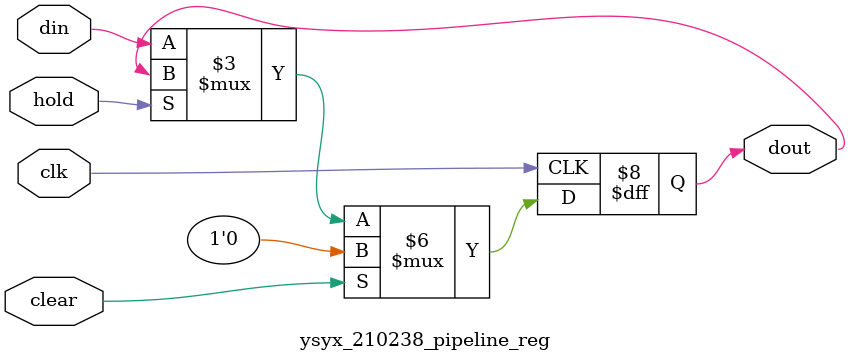
<source format=v>

module  ysyx_210238_pipeline_reg #(parameter N = 1)
    (
    input              clk,
    input              clear,
    input              hold,
    input      [N-1:0] din,
    output reg [N-1:0] dout
);

always @(posedge clk) begin
    if (clear)
        dout <= {N{1'b0}};
    else if (hold)
        dout <= dout;
    else
        dout <= din;
end


endmodule
</source>
